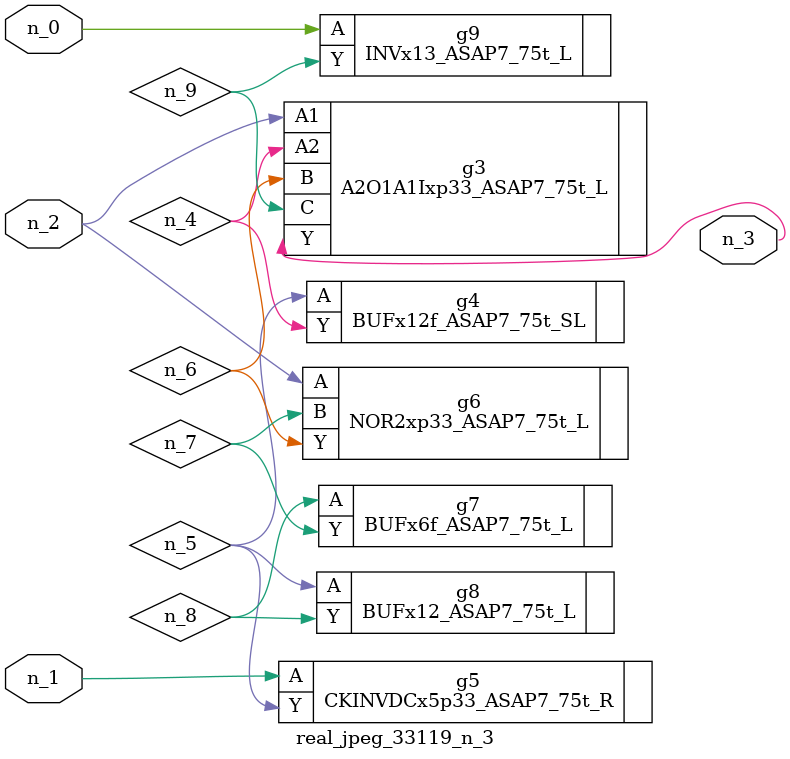
<source format=v>
module real_jpeg_33119_n_3 (n_1, n_0, n_2, n_3);

input n_1;
input n_0;
input n_2;

output n_3;

wire n_5;
wire n_4;
wire n_8;
wire n_6;
wire n_7;
wire n_9;

INVx13_ASAP7_75t_L g9 ( 
.A(n_0),
.Y(n_9)
);

CKINVDCx5p33_ASAP7_75t_R g5 ( 
.A(n_1),
.Y(n_5)
);

A2O1A1Ixp33_ASAP7_75t_L g3 ( 
.A1(n_2),
.A2(n_4),
.B(n_6),
.C(n_9),
.Y(n_3)
);

NOR2xp33_ASAP7_75t_L g6 ( 
.A(n_2),
.B(n_7),
.Y(n_6)
);

BUFx12f_ASAP7_75t_SL g4 ( 
.A(n_5),
.Y(n_4)
);

BUFx12_ASAP7_75t_L g8 ( 
.A(n_5),
.Y(n_8)
);

BUFx6f_ASAP7_75t_L g7 ( 
.A(n_8),
.Y(n_7)
);


endmodule
</source>
